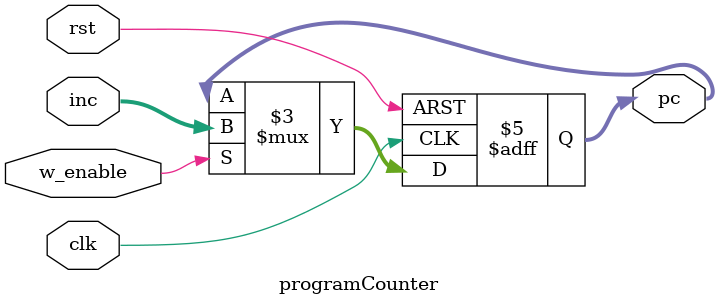
<source format=v>
module programCounter(input clk, rst, w_enable, input [15:0] inc, output reg [15:0] pc);
	always @ (posedge clk, negedge rst) begin
		if (!rst) 
			pc <= 0;
		else if (w_enable)
			pc <= inc;
	end
endmodule

</source>
